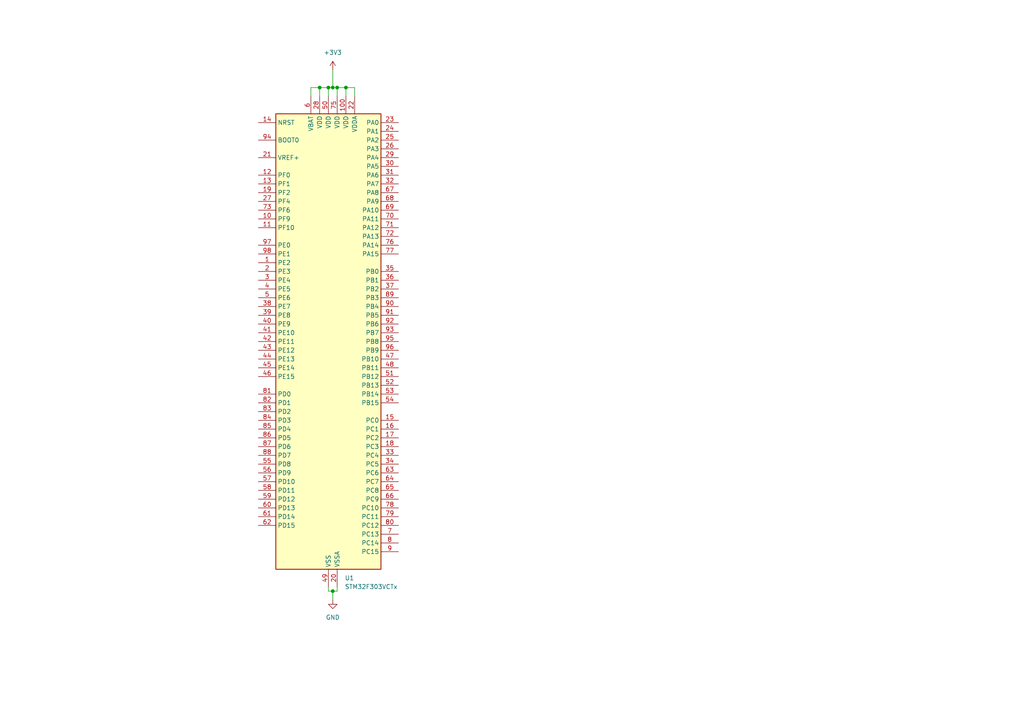
<source format=kicad_sch>
(kicad_sch (version 20231120) (generator "eeschema") (generator_version "8.0")
  (paper "A4")
  (lib_symbols
    (symbol "MCU_ST_STM32F3:STM32F303VCTx"
      (property "Reference" "U" (at -15.24 67.31 0))
      (property "Value" "STM32F303VCTx" (at 10.16 67.31 0))
      (symbol "STM32F303VCTx_0_1"
        (rectangle (start -15.24 -66.04) (end 15.24 66.04) (stroke (width 0.254)) (fill (type background)))
      )
      (symbol "STM32F303VCTx_1_1"
        (pin bidirectional line (at -20.32 22.86 0) (length 5.08) (name "PE2") (number "1"))
        (pin bidirectional line (at -20.32 35.56 0) (length 5.08) (name "PF9") (number "10"))
        (pin power_in line (at 5.08 71.12 270) (length 5.08) (name "VDD") (number "100"))
        (pin bidirectional line (at -20.32 33.02 0) (length 5.08) (name "PF10") (number "11"))
        (pin bidirectional line (at -20.32 48.26 0) (length 5.08) (name "PF0") (number "12"))
        (pin bidirectional line (at -20.32 45.72 0) (length 5.08) (name "PF1") (number "13"))
        (pin input line (at -20.32 63.5 0) (length 5.08) (name "NRST") (number "14"))
        (pin bidirectional line (at 20.32 -22.86 180) (length 5.08) (name "PC0") (number "15"))
        (pin bidirectional line (at 20.32 -25.4 180) (length 5.08) (name "PC1") (number "16"))
        (pin bidirectional line (at 20.32 -27.94 180) (length 5.08) (name "PC2") (number "17"))
        (pin bidirectional line (at 20.32 -30.48 180) (length 5.08) (name "PC3") (number "18"))
        (pin bidirectional line (at -20.32 43.18 0) (length 5.08) (name "PF2") (number "19"))
        (pin bidirectional line (at -20.32 20.32 0) (length 5.08) (name "PE3") (number "2"))
        (pin power_in line (at 2.54 -71.12 90) (length 5.08) (name "VSSA") (number "20"))
        (pin input line (at -20.32 53.34 0) (length 5.08) (name "VREF+") (number "21"))
        (pin power_in line (at 7.62 71.12 270) (length 5.08) (name "VDDA") (number "22"))
        (pin bidirectional line (at 20.32 63.5 180) (length 5.08) (name "PA0") (number "23"))
        (pin bidirectional line (at 20.32 60.96 180) (length 5.08) (name "PA1") (number "24"))
        (pin bidirectional line (at 20.32 58.42 180) (length 5.08) (name "PA2") (number "25"))
        (pin bidirectional line (at 20.32 55.88 180) (length 5.08) (name "PA3") (number "26"))
        (pin bidirectional line (at -20.32 40.64 0) (length 5.08) (name "PF4") (number "27"))
        (pin power_in line (at -2.54 71.12 270) (length 5.08) (name "VDD") (number "28"))
        (pin bidirectional line (at 20.32 53.34 180) (length 5.08) (name "PA4") (number "29"))
        (pin bidirectional line (at -20.32 17.78 0) (length 5.08) (name "PE4") (number "3"))
        (pin bidirectional line (at 20.32 50.8 180) (length 5.08) (name "PA5") (number "30"))
        (pin bidirectional line (at 20.32 48.26 180) (length 5.08) (name "PA6") (number "31"))
        (pin bidirectional line (at 20.32 45.72 180) (length 5.08) (name "PA7") (number "32"))
        (pin bidirectional line (at 20.32 -33.02 180) (length 5.08) (name "PC4") (number "33"))
        (pin bidirectional line (at 20.32 -35.56 180) (length 5.08) (name "PC5") (number "34"))
        (pin bidirectional line (at 20.32 20.32 180) (length 5.08) (name "PB0") (number "35"))
        (pin bidirectional line (at 20.32 17.78 180) (length 5.08) (name "PB1") (number "36"))
        (pin bidirectional line (at 20.32 15.24 180) (length 5.08) (name "PB2") (number "37"))
        (pin bidirectional line (at -20.32 10.16 0) (length 5.08) (name "PE7") (number "38"))
        (pin bidirectional line (at -20.32 7.62 0) (length 5.08) (name "PE8") (number "39"))
        (pin bidirectional line (at -20.32 15.24 0) (length 5.08) (name "PE5") (number "4"))
        (pin bidirectional line (at -20.32 5.08 0) (length 5.08) (name "PE9") (number "40"))
        (pin bidirectional line (at -20.32 2.54 0) (length 5.08) (name "PE10") (number "41"))
        (pin bidirectional line (at -20.32 0 0) (length 5.08) (name "PE11") (number "42"))
        (pin bidirectional line (at -20.32 -2.54 0) (length 5.08) (name "PE12") (number "43"))
        (pin bidirectional line (at -20.32 -5.08 0) (length 5.08) (name "PE13") (number "44"))
        (pin bidirectional line (at -20.32 -7.62 0) (length 5.08) (name "PE14") (number "45"))
        (pin bidirectional line (at -20.32 -10.16 0) (length 5.08) (name "PE15") (number "46"))
        (pin bidirectional line (at 20.32 -5.08 180) (length 5.08) (name "PB10") (number "47"))
        (pin bidirectional line (at 20.32 -7.62 180) (length 5.08) (name "PB11") (number "48"))
        (pin power_in line (at 0 -71.12 90) (length 5.08) (name "VSS") (number "49"))
        (pin bidirectional line (at -20.32 12.7 0) (length 5.08) (name "PE6") (number "5"))
        (pin power_in line (at 0 71.12 270) (length 5.08) (name "VDD") (number "50"))
        (pin bidirectional line (at 20.32 -10.16 180) (length 5.08) (name "PB12") (number "51"))
        (pin bidirectional line (at 20.32 -12.7 180) (length 5.08) (name "PB13") (number "52"))
        (pin bidirectional line (at 20.32 -15.24 180) (length 5.08) (name "PB14") (number "53"))
        (pin bidirectional line (at 20.32 -17.78 180) (length 5.08) (name "PB15") (number "54"))
        (pin bidirectional line (at -20.32 -35.56 0) (length 5.08) (name "PD8") (number "55"))
        (pin bidirectional line (at -20.32 -38.1 0) (length 5.08) (name "PD9") (number "56"))
        (pin bidirectional line (at -20.32 -40.64 0) (length 5.08) (name "PD10") (number "57"))
        (pin bidirectional line (at -20.32 -43.18 0) (length 5.08) (name "PD11") (number "58"))
        (pin bidirectional line (at -20.32 -45.72 0) (length 5.08) (name "PD12") (number "59"))
        (pin power_in line (at -5.08 71.12 270) (length 5.08) (name "VBAT") (number "6"))
        (pin bidirectional line (at -20.32 -48.26 0) (length 5.08) (name "PD13") (number "60"))
        (pin bidirectional line (at -20.32 -50.8 0) (length 5.08) (name "PD14") (number "61"))
        (pin bidirectional line (at -20.32 -53.34 0) (length 5.08) (name "PD15") (number "62"))
        (pin bidirectional line (at 20.32 -38.1 180) (length 5.08) (name "PC6") (number "63"))
        (pin bidirectional line (at 20.32 -40.64 180) (length 5.08) (name "PC7") (number "64"))
        (pin bidirectional line (at 20.32 -43.18 180) (length 5.08) (name "PC8") (number "65"))
        (pin bidirectional line (at 20.32 -45.72 180) (length 5.08) (name "PC9") (number "66"))
        (pin bidirectional line (at 20.32 43.18 180) (length 5.08) (name "PA8") (number "67"))
        (pin bidirectional line (at 20.32 40.64 180) (length 5.08) (name "PA9") (number "68"))
        (pin bidirectional line (at 20.32 38.1 180) (length 5.08) (name "PA10") (number "69"))
        (pin bidirectional line (at 20.32 -55.88 180) (length 5.08) (name "PC13") (number "7"))
        (pin bidirectional line (at 20.32 35.56 180) (length 5.08) (name "PA11") (number "70"))
        (pin bidirectional line (at 20.32 33.02 180) (length 5.08) (name "PA12") (number "71"))
        (pin bidirectional line (at 20.32 30.48 180) (length 5.08) (name "PA13") (number "72"))
        (pin bidirectional line (at -20.32 38.1 0) (length 5.08) (name "PF6") (number "73"))
        (pin passive line (at 0 -71.12 90) (length 5.08) hide (name "VSS") (number "74"))
        (pin power_in line (at 2.54 71.12 270) (length 5.08) (name "VDD") (number "75"))
        (pin bidirectional line (at 20.32 27.94 180) (length 5.08) (name "PA14") (number "76"))
        (pin bidirectional line (at 20.32 25.4 180) (length 5.08) (name "PA15") (number "77"))
        (pin bidirectional line (at 20.32 -48.26 180) (length 5.08) (name "PC10") (number "78"))
        (pin bidirectional line (at 20.32 -50.8 180) (length 5.08) (name "PC11") (number "79"))
        (pin bidirectional line (at 20.32 -58.42 180) (length 5.08) (name "PC14") (number "8"))
        (pin bidirectional line (at 20.32 -53.34 180) (length 5.08) (name "PC12") (number "80"))
        (pin bidirectional line (at -20.32 -15.24 0) (length 5.08) (name "PD0") (number "81"))
        (pin bidirectional line (at -20.32 -17.78 0) (length 5.08) (name "PD1") (number "82"))
        (pin bidirectional line (at -20.32 -20.32 0) (length 5.08) (name "PD2") (number "83"))
        (pin bidirectional line (at -20.32 -22.86 0) (length 5.08) (name "PD3") (number "84"))
        (pin bidirectional line (at -20.32 -25.4 0) (length 5.08) (name "PD4") (number "85"))
        (pin bidirectional line (at -20.32 -27.94 0) (length 5.08) (name "PD5") (number "86"))
        (pin bidirectional line (at -20.32 -30.48 0) (length 5.08) (name "PD6") (number "87"))
        (pin bidirectional line (at -20.32 -33.02 0) (length 5.08) (name "PD7") (number "88"))
        (pin bidirectional line (at 20.32 12.7 180) (length 5.08) (name "PB3") (number "89"))
        (pin bidirectional line (at 20.32 -60.96 180) (length 5.08) (name "PC15") (number "9"))
        (pin bidirectional line (at 20.32 10.16 180) (length 5.08) (name "PB4") (number "90"))
        (pin bidirectional line (at 20.32 7.62 180) (length 5.08) (name "PB5") (number "91"))
        (pin bidirectional line (at 20.32 5.08 180) (length 5.08) (name "PB6") (number "92"))
        (pin bidirectional line (at 20.32 2.54 180) (length 5.08) (name "PB7") (number "93"))
        (pin input line (at -20.32 58.42 0) (length 5.08) (name "BOOT0") (number "94"))
        (pin bidirectional line (at 20.32 0 180) (length 5.08) (name "PB8") (number "95"))
        (pin bidirectional line (at 20.32 -2.54 180) (length 5.08) (name "PB9") (number "96"))
        (pin bidirectional line (at -20.32 27.94 0) (length 5.08) (name "PE0") (number "97"))
        (pin bidirectional line (at -20.32 25.4 0) (length 5.08) (name "PE1") (number "98"))
        (pin passive line (at 0 -71.12 90) (length 5.08) hide (name "VSS") (number "99"))
      )
    )
    (symbol "power:+3V3" (power) (pin_numbers hide) (pin_names (offset 0) hide)
      (property "Value" "+3V3" (at 0 3.556 0))
      (symbol "+3V3_0_1"
        (polyline (pts (xy -0.762 1.27) (xy 0 2.54)))
        (polyline (pts (xy 0 0) (xy 0 2.54)))
        (polyline (pts (xy 0 2.54) (xy 0.762 1.27)))
      )
      (symbol "+3V3_1_1"
        (pin power_in line (at 0 0 90) (length 0) (name "~") (number "1"))
      )
    )
    (symbol "power:GND" (power) (pin_numbers hide) (pin_names (offset 0) hide)
      (property "Value" "GND" (at 0 -3.81 0))
      (symbol "GND_0_1"
        (polyline (pts (xy 0 0) (xy 0 -1.27) (xy 1.27 -1.27) (xy 0 -2.54) (xy -1.27 -1.27) (xy 0 -1.27)))
      )
      (symbol "GND_1_1"
        (pin power_in line (at 0 0 270) (length 0) (name "~") (number "1"))
      )
    )
  )
  (junction (at 96.52 171.45))
  (junction (at 96.52 25.4))
  (junction (at 97.79 25.4))
  (junction (at 95.25 25.4))
  (junction (at 92.71 25.4))
  (junction (at 100.33 25.4))
  (wire (pts (xy 96.52 25.4) (xy 95.25 25.4)))
  (wire (pts (xy 102.87 25.4) (xy 100.33 25.4)))
  (wire (pts (xy 96.52 25.4) (xy 97.79 25.4)))
  (wire (pts (xy 102.87 27.94) (xy 102.87 25.4)))
  (wire (pts (xy 96.52 171.45) (xy 96.52 173.99)))
  (wire (pts (xy 95.25 25.4) (xy 92.71 25.4)))
  (wire (pts (xy 95.25 170.18) (xy 95.25 171.45)))
  (wire (pts (xy 96.52 171.45) (xy 95.25 171.45)))
  (wire (pts (xy 100.33 27.94) (xy 100.33 25.4)))
  (wire (pts (xy 97.79 170.18) (xy 97.79 171.45)))
  (wire (pts (xy 96.52 20.32) (xy 96.52 25.4)))
  (wire (pts (xy 90.17 25.4) (xy 90.17 27.94)))
  (wire (pts (xy 100.33 25.4) (xy 97.79 25.4)))
  (wire (pts (xy 92.71 25.4) (xy 90.17 25.4)))
  (wire (pts (xy 97.79 27.94) (xy 97.79 25.4)))
  (wire (pts (xy 95.25 25.4) (xy 95.25 27.94)))
  (wire (pts (xy 92.71 25.4) (xy 92.71 27.94)))
  (wire (pts (xy 97.79 171.45) (xy 96.52 171.45)))
  (symbol (lib_id "power:GND") (at 96.52 173.99 0) (unit 1)
    (property "Reference" "#PWR01" (effects (hide yes)))
    (property "Value" "GND" (at 96.52 179.07 0))
    (property "Description" "Power symbol creates a global label with name \"GND\" , ground" (effects (hide yes)))
  )
  (symbol (lib_id "MCU_ST_STM32F3:STM32F303VCTx") (at 95.25 99.06 0) (unit 1)
    (property "Reference" "U1" (at 99.9841 167.64 0) (effects (justify left)))
    (property "Value" "STM32F303VCTx" (at 99.9841 170.18 0) (effects (justify left)))
    (property "Footprint" "Package_QFP:LQFP-100_14x14mm_P0.5mm" (effects (hide yes)))
    (property "Datasheet" "https://www.st.com/resource/en/datasheet/stm32f303vc.pdf" (effects (hide yes)))
    (property "Description" "STMicroelectronics Arm Cortex-M4 MCU, 256KB flash, 48KB RAM, 72 MHz, 2.0-3.6V, 87 GPIO, LQFP100" (effects (hide yes)))
  )
  (symbol (lib_id "power:+3V3") (at 96.52 20.32 0) (unit 1)
    (property "Reference" "#PWR02" (effects (hide yes)))
    (property "Value" "+3V3" (at 96.52 15.24 0))
    (property "Description" "Power symbol creates a global label with name \"+3V3\"" (effects (hide yes)))
  )
)
</source>
